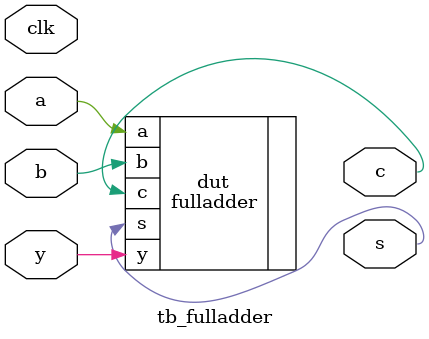
<source format=v>
`default_nettype none
`timescale 1ns/1ps

/*
this testbench just instantiates the module and makes some convenient wires
that can be driven / tested by the cocotb test.py
*/

module tb_fulladder #(
    parameter WIDTH = 1
) (
    // testbench is controlled by test.py
    input		clk,

    input [WIDTH-1:0]	a,
    input [WIDTH-1:0]	b,
    input		y,

    output		c,
    output [WIDTH-1:0]	s,
);

    // this part dumps the trace to a vcd file that can be viewed with GTKWave
    initial begin
        $dumpfile ("tb_fulladder.vcd");
        $dumpvars (0, tb_fulladder);
        #1;
    end

    // instantiate the DUT
    fulladder #(
        .WIDTH(WIDTH)
    ) dut (
`ifdef GL_TEST
        .vccd1( 1'b1),
        .vssd1( 1'b0),
`endif
        .a  (a),
        .b  (b),
        .y  (y),
        .c  (c),
        .s  (s)
    );

endmodule

</source>
